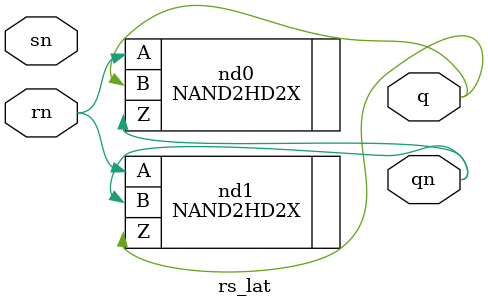
<source format=v>

module rs_lat(
input  wire     rn,
input  wire     sn,
output wire     q,
output wire     qn
);


NAND2HD2X nd0(.A(rn), .B(q),  .Z(qn));
NAND2HD2X nd1(.A(rn), .B(qn), .Z(q));



//********************************************************************************
//
// END of Module
//
//********************************************************************************
endmodule

</source>
